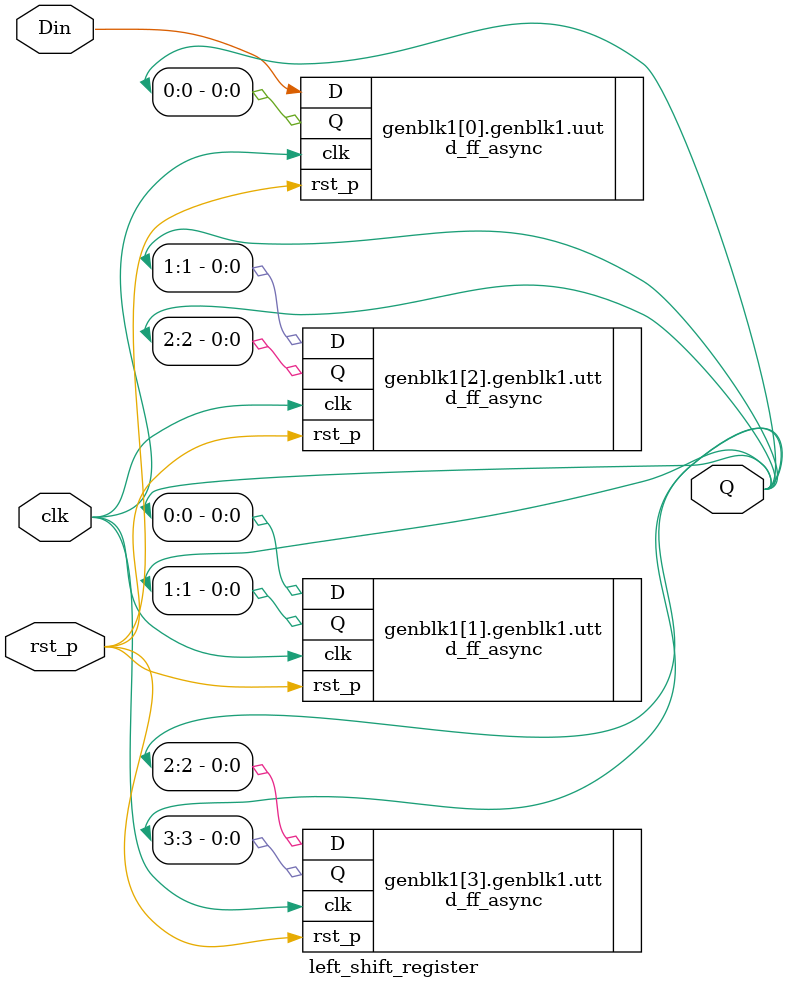
<source format=v>
`timescale 1ns / 1ps


module left_shift_register # (
        parameter WIDTH = 4
    )(
        input Din,
        input clk,
        input rst_p,
        output [WIDTH - 1:0] Q
    );
	genvar i;
	generate
		for(i = 0; i < WIDTH; i = i + 1) begin
            if (i == 0)
                d_ff_async uut(.D(Din), .clk(clk), .rst_p(rst_p), .Q(Q[i]));
            else 
                d_ff_async utt(.D(Q[i - 1]), .clk(clk), .rst_p(rst_p), .Q(Q[i]));		
		end
	endgenerate
endmodule

</source>
